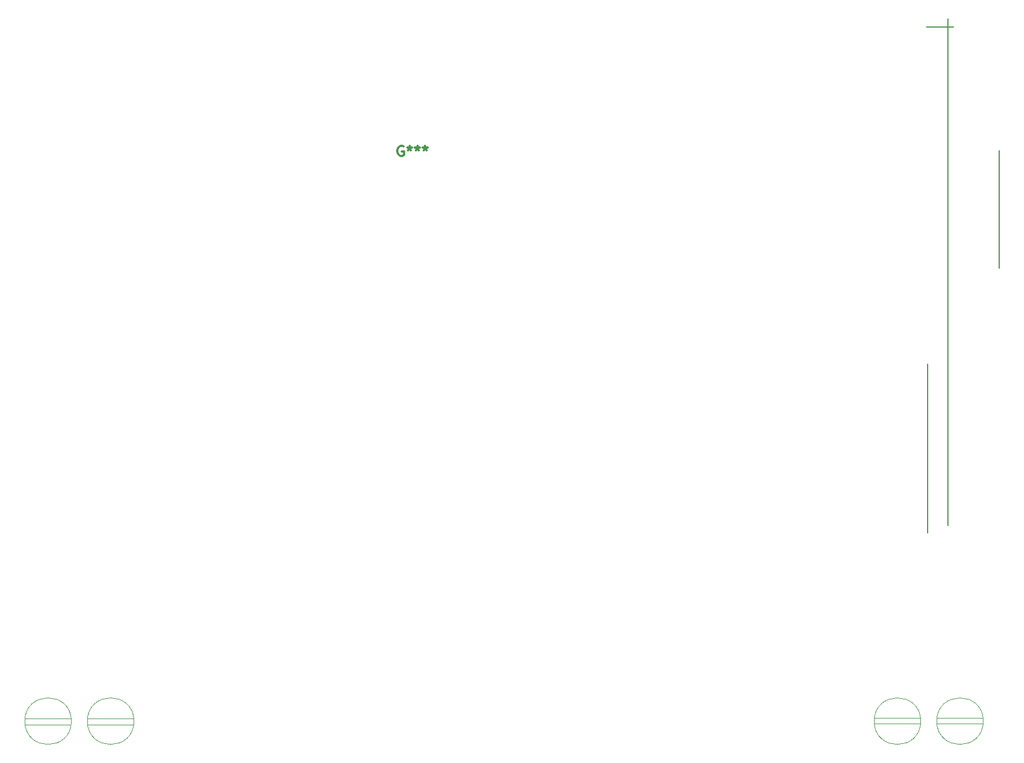
<source format=gbr>
G04 #@! TF.GenerationSoftware,KiCad,Pcbnew,(6.0.5)*
G04 #@! TF.CreationDate,2022-06-02T00:44:05-04:00*
G04 #@! TF.ProjectId,BBB_16,4242425f-3136-42e6-9b69-6361645f7063,v2.1*
G04 #@! TF.SameCoordinates,Original*
G04 #@! TF.FileFunction,OtherDrawing,Comment*
%FSLAX46Y46*%
G04 Gerber Fmt 4.6, Leading zero omitted, Abs format (unit mm)*
G04 Created by KiCad (PCBNEW (6.0.5)) date 2022-06-02 00:44:05*
%MOMM*%
%LPD*%
G01*
G04 APERTURE LIST*
%ADD10C,0.150000*%
%ADD11C,0.300000*%
%ADD12C,0.120000*%
G04 APERTURE END LIST*
D10*
X211267000Y-115999800D02*
X211267000Y-39799800D01*
X208167000Y-117099800D02*
X208167000Y-91699800D01*
X218967000Y-77299800D02*
X218967000Y-60899800D01*
X208067000Y-40999800D02*
X212067000Y-40999800D01*
X218967000Y-60899800D02*
X218967000Y-59599800D01*
D11*
X129445723Y-58974042D02*
X129300580Y-58901470D01*
X129082866Y-58901470D01*
X128865152Y-58974042D01*
X128720009Y-59119184D01*
X128647437Y-59264327D01*
X128574866Y-59554613D01*
X128574866Y-59772327D01*
X128647437Y-60062613D01*
X128720009Y-60207756D01*
X128865152Y-60352899D01*
X129082866Y-60425470D01*
X129228009Y-60425470D01*
X129445723Y-60352899D01*
X129518295Y-60280327D01*
X129518295Y-59772327D01*
X129228009Y-59772327D01*
X130389152Y-58901470D02*
X130389152Y-59264327D01*
X130026295Y-59119184D02*
X130389152Y-59264327D01*
X130752009Y-59119184D01*
X130171437Y-59554613D02*
X130389152Y-59264327D01*
X130606866Y-59554613D01*
X131550295Y-58901470D02*
X131550295Y-59264327D01*
X131187437Y-59119184D02*
X131550295Y-59264327D01*
X131913152Y-59119184D01*
X131332580Y-59554613D02*
X131550295Y-59264327D01*
X131768009Y-59554613D01*
X132711437Y-58901470D02*
X132711437Y-59264327D01*
X132348580Y-59119184D02*
X132711437Y-59264327D01*
X133074295Y-59119184D01*
X132493723Y-59554613D02*
X132711437Y-59264327D01*
X132929152Y-59554613D01*
D12*
X82067000Y-144999800D02*
X88867000Y-144999800D01*
X82067000Y-145899800D02*
X88867000Y-145899800D01*
X79467000Y-145899800D02*
X72667000Y-145899800D01*
X79467000Y-144999800D02*
X72667000Y-144999800D01*
X88968428Y-145399800D02*
G75*
G03*
X88968428Y-145399800I-3501428J0D01*
G01*
X79567000Y-145399800D02*
G75*
G03*
X79567000Y-145399800I-3500000J0D01*
G01*
X209667000Y-145799800D02*
X216467000Y-145799800D01*
X207067000Y-145799800D02*
X200267000Y-145799800D01*
X209667000Y-144899800D02*
X216467000Y-144899800D01*
X207067000Y-144899800D02*
X200267000Y-144899800D01*
X216567000Y-145399800D02*
G75*
G03*
X216567000Y-145399800I-3500000J0D01*
G01*
X207168428Y-145399800D02*
G75*
G03*
X207168428Y-145399800I-3501428J0D01*
G01*
M02*

</source>
